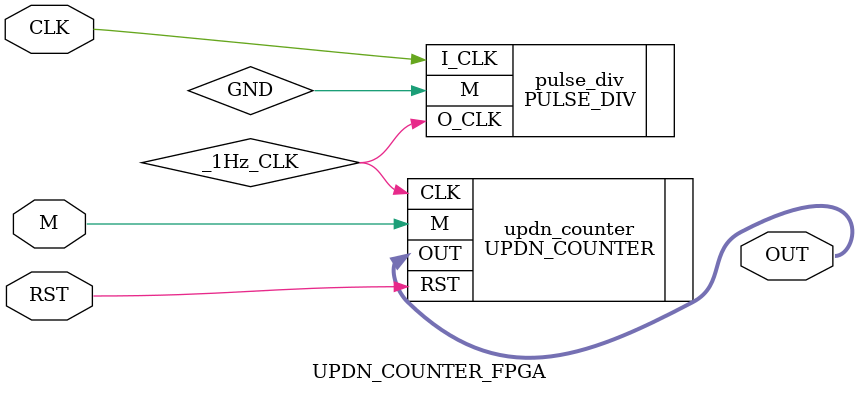
<source format=v>
`timescale 1ns / 1ps
`include "UPDN_COUNTER.v"
`include "PULSE_DIV.v"
module UPDN_COUNTER_FPGA(
	input CLK, 
	input RST,
	input M,
	output [3:0] OUT
);
    wire _1Hz_CLK;
    PULSE_DIV pulse_div(.I_CLK(CLK), .M(GND), .O_CLK(_1Hz_CLK));
    UPDN_COUNTER updn_counter(.CLK(_1Hz_CLK), .RST(RST), .OUT(OUT), .M(M));

endmodule

</source>
